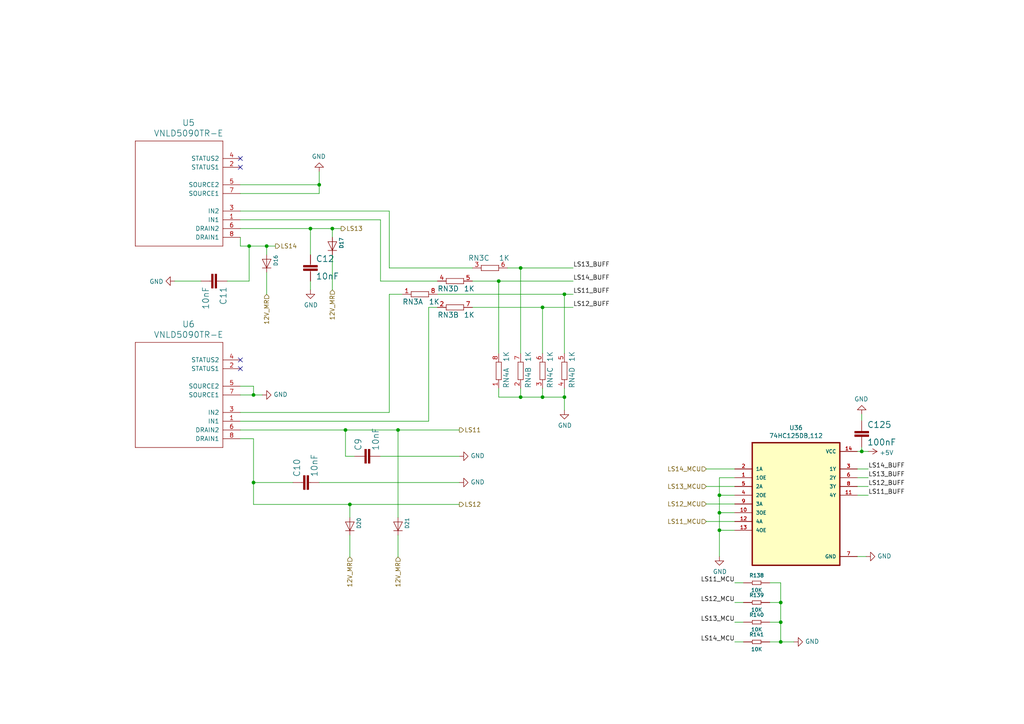
<source format=kicad_sch>
(kicad_sch (version 20230121) (generator eeschema)
  (paper "A4")
  (lib_symbols
    (symbol "74HC125DB_112:74HC125DB,112" (pin_names (offset 1.016))
      (property "Reference" "U" (at -12.7 18.7706 0))
      (property "Value" "74HC125DB,112" (at -12.7 -21.7678 0))
      (symbol "74HC125DB,112_0_0"
        (rectangle (start -12.7 -17.78) (end 12.7 17.78) (stroke (width 0.4064)) (fill (type background)))
        (pin input line (at -17.78 7.62 0) (length 5.08) (name "1OE") (number "1"))
        (pin input line (at -17.78 -2.54 0) (length 5.08) (name "3OE") (number "10"))
        (pin output line (at 17.78 2.54 180) (length 5.08) (name "4Y") (number "11"))
        (pin input line (at -17.78 -5.08 0) (length 5.08) (name "4A") (number "12"))
        (pin input line (at -17.78 -7.62 0) (length 5.08) (name "4OE") (number "13"))
        (pin power_in line (at 17.78 15.24 180) (length 5.08) (name "VCC") (number "14"))
        (pin input line (at -17.78 10.16 0) (length 5.08) (name "1A") (number "2"))
        (pin output line (at 17.78 10.16 180) (length 5.08) (name "1Y") (number "3"))
        (pin input line (at -17.78 2.54 0) (length 5.08) (name "2OE") (number "4"))
        (pin input line (at -17.78 5.08 0) (length 5.08) (name "2A") (number "5"))
        (pin output line (at 17.78 7.62 180) (length 5.08) (name "2Y") (number "6"))
        (pin power_in line (at 17.78 -15.24 180) (length 5.08) (name "GND") (number "7"))
        (pin output line (at 17.78 5.08 180) (length 5.08) (name "3Y") (number "8"))
        (pin input line (at -17.78 0 0) (length 5.08) (name "3A") (number "9"))
      )
    )
    (symbol "Proteus_Little-eagle-import:0.1UF-0603-25V-(+80_-20%)" (pin_names (offset 1.016))
      (property "Reference" "C" (at 1.524 2.921 0))
      (property "Value" "0.1UF-0603-25V-(+80_-20%)" (at 1.524 -2.159 0))
      (symbol "0.1UF-0603-25V-(+80_-20%)_1_0"
        (rectangle (start -2.032 0.508) (end 2.032 1.016) (fill (type outline)))
        (rectangle (start -2.032 1.524) (end 2.032 2.032) (fill (type outline)))
        (polyline (pts (xy 0 0) (xy 0 0.508)))
        (polyline (pts (xy 0 2.54) (xy 0 2.032)))
        (pin passive line (at 0 5.08 270) (length 2.54) (name "1") (number "1"))
        (pin passive line (at 0 -2.54 90) (length 2.54) (name "2") (number "2"))
      )
    )
    (symbol "Proteus_Little-eagle-import:10NF-0603-50V-10%" (pin_names (offset 1.016))
      (property "Reference" "C" (at 1.524 2.921 0))
      (property "Value" "10NF-0603-50V-10%" (at 1.524 -2.159 0))
      (symbol "10NF-0603-50V-10%_1_0"
        (rectangle (start -2.032 0.508) (end 2.032 1.016) (fill (type outline)))
        (rectangle (start -2.032 1.524) (end 2.032 2.032) (fill (type outline)))
        (polyline (pts (xy 0 0) (xy 0 0.508)))
        (polyline (pts (xy 0 2.54) (xy 0 2.032)))
        (pin passive line (at 0 5.08 270) (length 2.54) (name "1") (number "1"))
        (pin passive line (at 0 -2.54 90) (length 2.54) (name "2") (number "2"))
      )
    )
    (symbol "Proteus_Little-eagle-import:4R-N0603-ARC" (pin_names (offset 1.016))
      (property "Reference" "RN" (at -5.08 -3.048 0))
      (property "Value" "4R-N0603-ARC" (at 2.54 -3.048 0))
      (symbol "4R-N0603-ARC_1_0"
        (polyline (pts (xy -2.54 -0.762) (xy 2.54 -0.762)))
        (polyline (pts (xy -2.54 0.762) (xy -2.54 -0.762)))
        (polyline (pts (xy 2.54 -0.762) (xy 2.54 0.762)))
        (polyline (pts (xy 2.54 0.762) (xy -2.54 0.762)))
        (pin passive line (at -5.08 0 0) (length 2.54) (name "1") (number "1"))
        (pin passive line (at 5.08 0 180) (length 2.54) (name "2") (number "8"))
      )
      (symbol "4R-N0603-ARC_2_0"
        (polyline (pts (xy -2.54 -0.762) (xy 2.54 -0.762)))
        (polyline (pts (xy -2.54 0.762) (xy -2.54 -0.762)))
        (polyline (pts (xy 2.54 -0.762) (xy 2.54 0.762)))
        (polyline (pts (xy 2.54 0.762) (xy -2.54 0.762)))
        (pin passive line (at -5.08 0 0) (length 2.54) (name "1") (number "2"))
        (pin passive line (at 5.08 0 180) (length 2.54) (name "2") (number "7"))
      )
      (symbol "4R-N0603-ARC_3_0"
        (polyline (pts (xy -2.54 -0.762) (xy 2.54 -0.762)))
        (polyline (pts (xy -2.54 0.762) (xy -2.54 -0.762)))
        (polyline (pts (xy 2.54 -0.762) (xy 2.54 0.762)))
        (polyline (pts (xy 2.54 0.762) (xy -2.54 0.762)))
        (pin passive line (at -5.08 0 0) (length 2.54) (name "1") (number "3"))
        (pin passive line (at 5.08 0 180) (length 2.54) (name "2") (number "6"))
      )
      (symbol "4R-N0603-ARC_4_0"
        (polyline (pts (xy -2.54 -0.762) (xy 2.54 -0.762)))
        (polyline (pts (xy -2.54 0.762) (xy -2.54 -0.762)))
        (polyline (pts (xy 2.54 -0.762) (xy 2.54 0.762)))
        (polyline (pts (xy 2.54 0.762) (xy -2.54 0.762)))
        (pin passive line (at -5.08 0 0) (length 2.54) (name "1") (number "4"))
        (pin passive line (at 5.08 0 180) (length 2.54) (name "2") (number "5"))
      )
    )
    (symbol "Proteus_Little-eagle-import:DIODE_SOD-123FL" (pin_names (offset 1.016))
      (property "Reference" "D" (at -2.54 2.54 0))
      (property "Value" "DIODE_SOD-123FL" (at -2.54 -3.81 0))
      (symbol "DIODE_SOD-123FL_1_0"
        (polyline (pts (xy -1.27 -1.27) (xy 1.27 0)))
        (polyline (pts (xy -1.27 1.27) (xy -1.27 -1.27)))
        (polyline (pts (xy 1.27 0) (xy -1.27 1.27)))
        (polyline (pts (xy 1.27 0) (xy 1.27 -1.27)))
        (polyline (pts (xy 1.27 1.27) (xy 1.27 0)))
        (pin passive line (at -2.54 0 0) (length 2.54) (name "A") (number "A"))
        (pin passive line (at 2.54 0 180) (length 2.54) (name "C") (number "C"))
      )
    )
    (symbol "Proteus_Little-eagle-import:SMD-RES-10K-1%-1_10W(0603)" (pin_names (offset 1.016))
      (property "Reference" "R" (at -3.81 1.27 0))
      (property "Value" "SMD-RES-10K-1%-1_10W(0603)" (at -3.81 -2.54 0))
      (symbol "SMD-RES-10K-1%-1_10W(0603)_1_0"
        (polyline (pts (xy -1.27 -0.508) (xy -1.27 0.508)))
        (polyline (pts (xy -1.27 0.508) (xy 1.27 0.508)))
        (polyline (pts (xy 1.27 -0.508) (xy -1.27 -0.508)))
        (polyline (pts (xy 1.27 0.508) (xy 1.27 -0.508)))
        (pin passive line (at -3.81 0 0) (length 2.54) (name "1") (number "1"))
        (pin passive line (at 3.81 0 180) (length 2.54) (name "2") (number "2"))
      )
    )
    (symbol "Proteus_Little-eagle-import:VNLD5090TR-E" (pin_names (offset 1.016))
      (property "Reference" "U" (at -12.7 16.2306 0))
      (property "Value" "VNLD5090TR-E" (at -12.7 -19.2278 0))
      (symbol "VNLD5090TR-E_1_0"
        (polyline (pts (xy -12.7 -15.24) (xy -12.7 15.24)))
        (polyline (pts (xy -12.7 15.24) (xy 12.7 15.24)))
        (polyline (pts (xy 12.7 -15.24) (xy -12.7 -15.24)))
        (polyline (pts (xy 12.7 15.24) (xy 12.7 -15.24)))
        (pin input line (at -17.78 7.62 0) (length 5.08) (name "IN1") (number "1"))
        (pin bidirectional line (at -17.78 -7.62 0) (length 5.08) (name "STATUS1") (number "2"))
        (pin input line (at -17.78 5.08 0) (length 5.08) (name "IN2") (number "3"))
        (pin bidirectional line (at -17.78 -10.16 0) (length 5.08) (name "STATUS2") (number "4"))
        (pin bidirectional line (at -17.78 -2.54 0) (length 5.08) (name "SOURCE2") (number "5"))
        (pin input line (at -17.78 10.16 0) (length 5.08) (name "DRAIN2") (number "6"))
        (pin bidirectional line (at -17.78 0 0) (length 5.08) (name "SOURCE1") (number "7"))
        (pin input line (at -17.78 12.7 0) (length 5.08) (name "DRAIN1") (number "8"))
      )
    )
    (symbol "Proteus_Little-rescue:+5V-power" (power) (pin_names (offset 0))
      (property "Value" "+5V-power" (at 0 3.556 0))
      (symbol "+5V-power_0_1"
        (polyline (pts (xy -0.762 1.27) (xy 0 2.54)))
        (polyline (pts (xy 0 0) (xy 0 2.54)))
        (polyline (pts (xy 0 2.54) (xy 0.762 1.27)))
      )
      (symbol "+5V-power_1_1"
        (pin power_in line (at 0 0 90) (length 0) hide (name "+5V") (number "1"))
      )
    )
    (symbol "Proteus_Little-rescue:GND-power" (power) (pin_names (offset 0))
      (property "Value" "GND-power" (at 0 -3.81 0))
      (symbol "GND-power_0_1"
        (polyline (pts (xy 0 0) (xy 0 -1.27) (xy 1.27 -1.27) (xy 0 -2.54) (xy -1.27 -1.27) (xy 0 -1.27)))
      )
      (symbol "GND-power_1_1"
        (pin power_in line (at 0 0 270) (length 0) hide (name "GND") (number "1"))
      )
    )
  )
  (junction (at 157.353 115.189))
  (junction (at 92.583 53.594))
  (junction (at 208.661 153.797))
  (junction (at 73.533 114.554))
  (junction (at 90.043 66.294))
  (junction (at 157.353 89.154))
  (junction (at 72.263 71.374))
  (junction (at 151.003 115.189))
  (junction (at 115.443 124.714))
  (junction (at 96.393 66.294))
  (junction (at 163.703 85.344))
  (junction (at 77.343 71.374))
  (junction (at 208.661 143.637))
  (junction (at 208.661 148.717))
  (junction (at 163.703 115.189))
  (junction (at 73.533 139.954))
  (junction (at 249.936 130.937))
  (junction (at 144.653 81.534))
  (junction (at 100.203 124.714))
  (junction (at 226.441 180.467))
  (junction (at 226.441 186.182))
  (junction (at 151.003 77.724))
  (junction (at 101.473 146.304))
  (junction (at 226.441 174.752))
  (no_connect (at 69.723 104.394))
  (no_connect (at 69.723 48.514))
  (no_connect (at 69.723 106.934))
  (no_connect (at 69.723 45.974))
  (wire (pts (xy 72.263 81.534) (xy 65.913 81.534)))
  (wire (pts (xy 204.851 141.097) (xy 213.106 141.097)))
  (wire (pts (xy 72.263 71.374) (xy 72.263 81.534)))
  (wire (pts (xy 115.443 150.114) (xy 115.443 124.714)))
  (wire (pts (xy 251.841 136.017) (xy 248.666 136.017)))
  (wire (pts (xy 69.723 56.134) (xy 92.583 56.134)))
  (wire (pts (xy 251.841 143.637) (xy 248.666 143.637)))
  (wire (pts (xy 69.723 119.634) (xy 112.903 119.634)))
  (wire (pts (xy 204.851 146.177) (xy 213.106 146.177)))
  (wire (pts (xy 92.583 53.594) (xy 92.583 49.784)))
  (wire (pts (xy 96.393 68.834) (xy 96.393 66.294)))
  (wire (pts (xy 230.251 186.182) (xy 226.441 186.182)))
  (wire (pts (xy 163.703 115.189) (xy 163.703 112.649)))
  (wire (pts (xy 151.003 115.189) (xy 151.003 112.649)))
  (wire (pts (xy 208.661 143.637) (xy 208.661 138.557)))
  (wire (pts (xy 112.903 77.724) (xy 112.903 61.214)))
  (wire (pts (xy 50.673 81.534) (xy 58.293 81.534)))
  (wire (pts (xy 163.703 118.999) (xy 163.703 115.189)))
  (wire (pts (xy 249.936 129.667) (xy 249.936 130.937)))
  (wire (pts (xy 208.661 148.717) (xy 208.661 143.637)))
  (wire (pts (xy 226.441 174.752) (xy 226.441 169.037)))
  (wire (pts (xy 163.703 85.344) (xy 126.873 85.344)))
  (wire (pts (xy 144.653 115.189) (xy 144.653 112.649)))
  (wire (pts (xy 163.703 85.344) (xy 163.703 102.489)))
  (wire (pts (xy 251.841 130.937) (xy 249.936 130.937)))
  (wire (pts (xy 112.903 85.344) (xy 116.713 85.344)))
  (wire (pts (xy 73.533 127.254) (xy 73.533 139.954)))
  (wire (pts (xy 213.106 148.717) (xy 208.661 148.717)))
  (wire (pts (xy 213.106 180.467) (xy 215.646 180.467)))
  (wire (pts (xy 90.043 84.074) (xy 90.043 81.534)))
  (wire (pts (xy 208.661 161.417) (xy 208.661 153.797)))
  (wire (pts (xy 92.583 56.134) (xy 92.583 53.594)))
  (wire (pts (xy 147.193 77.724) (xy 151.003 77.724)))
  (wire (pts (xy 101.473 161.544) (xy 101.473 155.194)))
  (wire (pts (xy 144.653 81.534) (xy 144.653 102.489)))
  (wire (pts (xy 69.723 63.754) (xy 110.363 63.754)))
  (wire (pts (xy 251.841 141.097) (xy 248.666 141.097)))
  (wire (pts (xy 144.653 81.534) (xy 166.243 81.534)))
  (wire (pts (xy 137.033 89.154) (xy 157.353 89.154)))
  (wire (pts (xy 223.266 174.752) (xy 226.441 174.752)))
  (wire (pts (xy 101.473 146.304) (xy 133.223 146.304)))
  (wire (pts (xy 226.441 186.182) (xy 223.266 186.182)))
  (wire (pts (xy 137.033 77.724) (xy 112.903 77.724)))
  (wire (pts (xy 72.263 71.374) (xy 77.343 71.374)))
  (wire (pts (xy 90.043 73.914) (xy 90.043 66.294)))
  (wire (pts (xy 69.723 53.594) (xy 92.583 53.594)))
  (wire (pts (xy 133.223 139.954) (xy 92.583 139.954)))
  (wire (pts (xy 96.393 84.074) (xy 96.393 73.914)))
  (wire (pts (xy 208.661 153.797) (xy 208.661 148.717)))
  (wire (pts (xy 115.443 124.714) (xy 133.223 124.714)))
  (wire (pts (xy 96.393 66.294) (xy 98.933 66.294)))
  (wire (pts (xy 144.653 115.189) (xy 151.003 115.189)))
  (wire (pts (xy 151.003 77.724) (xy 151.003 102.489)))
  (wire (pts (xy 251.841 138.557) (xy 248.666 138.557)))
  (wire (pts (xy 73.533 146.304) (xy 101.473 146.304)))
  (wire (pts (xy 69.723 114.554) (xy 73.533 114.554)))
  (wire (pts (xy 69.723 122.174) (xy 124.333 122.174)))
  (wire (pts (xy 76.073 114.554) (xy 73.533 114.554)))
  (wire (pts (xy 204.851 151.257) (xy 213.106 151.257)))
  (wire (pts (xy 213.106 153.797) (xy 208.661 153.797)))
  (wire (pts (xy 73.533 114.554) (xy 73.533 112.014)))
  (wire (pts (xy 112.903 61.214) (xy 69.723 61.214)))
  (wire (pts (xy 157.353 115.189) (xy 157.353 112.649)))
  (wire (pts (xy 251.206 161.417) (xy 248.666 161.417)))
  (wire (pts (xy 69.723 127.254) (xy 73.533 127.254)))
  (wire (pts (xy 249.936 120.142) (xy 249.936 122.047)))
  (wire (pts (xy 100.203 132.334) (xy 100.203 124.714)))
  (wire (pts (xy 72.263 71.374) (xy 69.723 71.374)))
  (wire (pts (xy 226.441 169.037) (xy 223.266 169.037)))
  (wire (pts (xy 115.443 161.544) (xy 115.443 155.194)))
  (wire (pts (xy 102.743 132.334) (xy 100.203 132.334)))
  (wire (pts (xy 166.243 85.344) (xy 163.703 85.344)))
  (wire (pts (xy 77.343 73.914) (xy 77.343 71.374)))
  (wire (pts (xy 77.343 71.374) (xy 79.883 71.374)))
  (wire (pts (xy 249.936 130.937) (xy 248.666 130.937)))
  (wire (pts (xy 84.963 139.954) (xy 73.533 139.954)))
  (wire (pts (xy 157.353 89.154) (xy 157.353 102.489)))
  (wire (pts (xy 157.353 115.189) (xy 163.703 115.189)))
  (wire (pts (xy 213.106 143.637) (xy 208.661 143.637)))
  (wire (pts (xy 157.353 89.154) (xy 166.243 89.154)))
  (wire (pts (xy 124.333 89.154) (xy 126.873 89.154)))
  (wire (pts (xy 69.723 71.374) (xy 69.723 68.834)))
  (wire (pts (xy 101.473 150.114) (xy 101.473 146.304)))
  (wire (pts (xy 73.533 139.954) (xy 73.533 146.304)))
  (wire (pts (xy 69.723 66.294) (xy 90.043 66.294)))
  (wire (pts (xy 226.441 180.467) (xy 226.441 174.752)))
  (wire (pts (xy 110.363 63.754) (xy 110.363 81.534)))
  (wire (pts (xy 100.203 124.714) (xy 115.443 124.714)))
  (wire (pts (xy 213.106 186.182) (xy 215.646 186.182)))
  (wire (pts (xy 77.343 85.344) (xy 77.343 78.994)))
  (wire (pts (xy 137.033 81.534) (xy 144.653 81.534)))
  (wire (pts (xy 213.106 169.037) (xy 215.646 169.037)))
  (wire (pts (xy 208.661 138.557) (xy 213.106 138.557)))
  (wire (pts (xy 204.851 136.017) (xy 213.106 136.017)))
  (wire (pts (xy 151.003 77.724) (xy 166.243 77.724)))
  (wire (pts (xy 110.363 81.534) (xy 126.873 81.534)))
  (wire (pts (xy 112.903 119.634) (xy 112.903 85.344)))
  (wire (pts (xy 213.106 174.752) (xy 215.646 174.752)))
  (wire (pts (xy 226.441 186.182) (xy 226.441 180.467)))
  (wire (pts (xy 133.223 132.334) (xy 110.363 132.334)))
  (wire (pts (xy 223.266 180.467) (xy 226.441 180.467)))
  (wire (pts (xy 69.723 124.714) (xy 100.203 124.714)))
  (wire (pts (xy 73.533 112.014) (xy 69.723 112.014)))
  (wire (pts (xy 151.003 115.189) (xy 157.353 115.189)))
  (wire (pts (xy 90.043 66.294) (xy 96.393 66.294)))
  (wire (pts (xy 124.333 122.174) (xy 124.333 89.154)))
  (label "LS11_MCU" (at 213.106 169.037 180))
  (label "LS14_MCU" (at 213.106 186.182 180))
  (label "LS14_BUFF" (at 251.841 136.017 0))
  (label "LS14_BUFF" (at 166.243 81.534 0))
  (label "LS12_MCU" (at 213.106 174.752 180))
  (label "LS11_BUFF" (at 166.243 85.344 0))
  (label "LS13_BUFF" (at 166.243 77.724 0))
  (label "LS13_BUFF" (at 251.841 138.557 0))
  (label "LS12_BUFF" (at 251.841 141.097 0))
  (label "LS12_BUFF" (at 166.243 89.154 0))
  (label "LS11_BUFF" (at 251.841 143.637 0))
  (label "LS13_MCU" (at 213.106 180.467 180))
  (hierarchical_label "LS13_MCU" (shape input) (at 204.851 141.097 180))
  (hierarchical_label "LS12" (shape output) (at 133.223 146.304 0))
  (hierarchical_label "LS11_MCU" (shape input) (at 204.851 151.257 180))
  (hierarchical_label "12V_MR" (shape input) (at 115.443 161.544 270))
  (hierarchical_label "12V_MR" (shape input) (at 77.343 85.344 270))
  (hierarchical_label "LS13" (shape output) (at 98.933 66.294 0))
  (hierarchical_label "LS12_MCU" (shape input) (at 204.851 146.177 180))
  (hierarchical_label "LS11" (shape output) (at 133.223 124.714 0))
  (hierarchical_label "12V_MR" (shape input) (at 101.473 161.544 270))
  (hierarchical_label "LS14_MCU" (shape input) (at 204.851 136.017 180))
  (hierarchical_label "12V_MR" (shape input) (at 96.393 84.074 270))
  (hierarchical_label "LS14" (shape output) (at 79.883 71.374 0))
  (symbol (lib_id "Proteus_Little-eagle-import:4R-N0603-ARC") (at 163.703 107.569 90) (unit 4)
    (property "Reference" "RN4" (at 166.751 112.649 0) (effects (font (size 1.4986 1.4986)) (justify left bottom)))
    (property "Value" "1K" (at 166.751 105.029 0) (effects (font (size 1.4986 1.4986)) (justify left bottom)))
    (property "Footprint" "Proteus_Little:0603-ARC" (effects hide))
  )
  (symbol (lib_id "Proteus_Little-eagle-import:4R-N0603-ARC") (at 157.353 107.569 90) (unit 3)
    (property "Reference" "RN4" (at 160.401 112.649 0) (effects (font (size 1.4986 1.4986)) (justify left bottom)))
    (property "Value" "1K" (at 160.401 105.029 0) (effects (font (size 1.4986 1.4986)) (justify left bottom)))
    (property "Footprint" "Proteus_Little:0603-ARC" (effects hide))
  )
  (symbol (lib_id "Proteus_Little-eagle-import:10NF-0603-50V-10%") (at 107.823 132.334 90) (unit 1)
    (property "Reference" "C9" (at 104.902 130.81 0) (effects (font (size 1.778 1.778)) (justify left bottom)))
    (property "Value" "10nF" (at 109.982 130.81 0) (effects (font (size 1.778 1.778)) (justify left bottom)))
    (property "Footprint" "Proteus_Little:0603" (effects hide))
  )
  (symbol (lib_id "Proteus_Little-eagle-import:DIODE_SOD-123FL") (at 96.393 71.374 270) (unit 1)
    (property "Reference" "D17" (at 98.425 68.834 0) (effects (font (size 1.0668 1.0668)) (justify left bottom)))
    (property "Value" "MBR0520LT1G" (effects hide))
    (property "Footprint" "Proteus_Little:SOD-123FL" (effects hide))
  )
  (symbol (lib_id "Proteus_Little-eagle-import:4R-N0603-ARC") (at 131.953 89.154 0) (unit 2)
    (property "Reference" "RN3" (at 126.873 92.202 0) (effects (font (size 1.4986 1.4986)) (justify left bottom)))
    (property "Value" "1K" (at 134.493 92.202 0) (effects (font (size 1.4986 1.4986)) (justify left bottom)))
    (property "Footprint" "Proteus_Little:0603-ARC" (effects hide))
  )
  (symbol (lib_id "Proteus_Little-eagle-import:DIODE_SOD-123FL") (at 77.343 76.454 270) (unit 1)
    (property "Reference" "D16" (at 79.375 73.914 0) (effects (font (size 1.0668 1.0668)) (justify left bottom)))
    (property "Value" "MBR0520LT1G" (effects hide))
    (property "Footprint" "Proteus_Little:SOD-123FL" (effects hide))
  )
  (symbol (lib_id "Proteus_Little-eagle-import:SMD-RES-10K-1%-1_10W(0603)") (at 219.456 169.037 0) (unit 1)
    (property "Reference" "R138" (at 219.456 167.513 0) (effects (font (size 1.0668 1.0668)) (justify bottom)))
    (property "Value" "10K" (at 219.456 170.561 0) (effects (font (size 1.0668 1.0668)) (justify top)))
    (property "Footprint" "Proteus_Little:R0603" (effects hide))
  )
  (symbol (lib_id "Proteus_Little-eagle-import:SMD-RES-10K-1%-1_10W(0603)") (at 219.456 180.467 0) (unit 1)
    (property "Reference" "R140" (at 219.456 178.943 0) (effects (font (size 1.0668 1.0668)) (justify bottom)))
    (property "Value" "10K" (at 219.456 181.991 0) (effects (font (size 1.0668 1.0668)) (justify top)))
    (property "Footprint" "Proteus_Little:R0603" (effects hide))
  )
  (symbol (lib_id "Proteus_Little-eagle-import:SMD-RES-10K-1%-1_10W(0603)") (at 219.456 186.182 0) (unit 1)
    (property "Reference" "R141" (at 219.456 184.658 0) (effects (font (size 1.0668 1.0668)) (justify bottom)))
    (property "Value" "10K" (at 219.456 187.706 0) (effects (font (size 1.0668 1.0668)) (justify top)))
    (property "Footprint" "Proteus_Little:R0603" (effects hide))
  )
  (symbol (lib_id "Proteus_Little-eagle-import:VNLD5090TR-E") (at 51.943 114.554 180) (unit 1)
    (property "Reference" "U6" (at 54.6862 94.0308 0) (effects (font (size 1.7526 1.7526))))
    (property "Value" "VNLD5090TR-E" (at 54.6862 97.0788 0) (effects (font (size 1.7526 1.7526))))
    (property "Footprint" "Package_SO:SOIC-8_3.9x4.9mm_P1.27mm" (effects hide))
  )
  (symbol (lib_id "Proteus_Little-eagle-import:10NF-0603-50V-10%") (at 90.043 139.954 90) (unit 1)
    (property "Reference" "C10" (at 87.122 138.43 0) (effects (font (size 1.778 1.778)) (justify left bottom)))
    (property "Value" "10nF" (at 92.202 138.43 0) (effects (font (size 1.778 1.778)) (justify left bottom)))
    (property "Footprint" "Proteus_Little:0603" (effects hide))
  )
  (symbol (lib_id "Proteus_Little-eagle-import:10NF-0603-50V-10%") (at 90.043 78.994 0) (unit 1)
    (property "Reference" "C12" (at 91.567 76.073 0) (effects (font (size 1.778 1.778)) (justify left bottom)))
    (property "Value" "10nF" (at 91.567 81.153 0) (effects (font (size 1.778 1.778)) (justify left bottom)))
    (property "Footprint" "Proteus_Little:0603" (effects hide))
  )
  (symbol (lib_id "Proteus_Little-eagle-import:10NF-0603-50V-10%") (at 60.833 81.534 270) (unit 1)
    (property "Reference" "C11" (at 63.754 83.058 0) (effects (font (size 1.778 1.778)) (justify left bottom)))
    (property "Value" "10nF" (at 58.674 83.058 0) (effects (font (size 1.778 1.778)) (justify left bottom)))
    (property "Footprint" "Proteus_Little:0603" (effects hide))
  )
  (symbol (lib_id "Proteus_Little-eagle-import:4R-N0603-ARC") (at 144.653 107.569 90) (unit 1)
    (property "Reference" "RN4" (at 147.701 112.649 0) (effects (font (size 1.4986 1.4986)) (justify left bottom)))
    (property "Value" "1K" (at 147.701 105.029 0) (effects (font (size 1.4986 1.4986)) (justify left bottom)))
    (property "Footprint" "Proteus_Little:0603-ARC" (effects hide))
  )
  (symbol (lib_id "Proteus_Little-eagle-import:4R-N0603-ARC") (at 151.003 107.569 90) (unit 2)
    (property "Reference" "RN4" (at 154.051 112.649 0) (effects (font (size 1.4986 1.4986)) (justify left bottom)))
    (property "Value" "1K" (at 154.051 105.029 0) (effects (font (size 1.4986 1.4986)) (justify left bottom)))
    (property "Footprint" "Proteus_Little:0603-ARC" (effects hide))
  )
  (symbol (lib_id "Proteus_Little-eagle-import:DIODE_SOD-123FL") (at 101.473 152.654 270) (unit 1)
    (property "Reference" "D20" (at 103.505 150.114 0) (effects (font (size 1.0668 1.0668)) (justify left bottom)))
    (property "Value" "MBR0520LT1G" (effects hide))
    (property "Footprint" "Proteus_Little:SOD-123FL" (effects hide))
  )
  (symbol (lib_id "Proteus_Little-eagle-import:4R-N0603-ARC") (at 131.953 81.534 0) (unit 4)
    (property "Reference" "RN3" (at 126.873 84.582 0) (effects (font (size 1.4986 1.4986)) (justify left bottom)))
    (property "Value" "1K" (at 134.493 84.582 0) (effects (font (size 1.4986 1.4986)) (justify left bottom)))
    (property "Footprint" "Proteus_Little:0603-ARC" (effects hide))
  )
  (symbol (lib_id "Proteus_Little-eagle-import:4R-N0603-ARC") (at 121.793 85.344 0) (unit 1)
    (property "Reference" "RN3" (at 116.713 88.392 0) (effects (font (size 1.4986 1.4986)) (justify left bottom)))
    (property "Value" "1K" (at 124.333 88.392 0) (effects (font (size 1.4986 1.4986)) (justify left bottom)))
    (property "Footprint" "Proteus_Little:0603-ARC" (effects hide))
  )
  (symbol (lib_id "Proteus_Little-eagle-import:VNLD5090TR-E") (at 51.943 56.134 180) (unit 1)
    (property "Reference" "U5" (at 54.6862 35.6108 0) (effects (font (size 1.7526 1.7526))))
    (property "Value" "VNLD5090TR-E" (at 54.6862 38.6588 0) (effects (font (size 1.7526 1.7526))))
    (property "Footprint" "Package_SO:SOIC-8_3.9x4.9mm_P1.27mm" (effects hide))
  )
  (symbol (lib_id "Proteus_Little-eagle-import:0.1UF-0603-25V-(+80_-20%)") (at 249.936 127.127 0) (unit 1)
    (property "Reference" "C125" (at 251.46 124.206 0) (effects (font (size 1.778 1.778)) (justify left bottom)))
    (property "Value" "100nF" (at 251.46 129.286 0) (effects (font (size 1.778 1.778)) (justify left bottom)))
    (property "Footprint" "Proteus_Little:0603" (effects hide))
  )
  (symbol (lib_id "Proteus_Little-eagle-import:4R-N0603-ARC") (at 142.113 77.724 0) (unit 3)
    (property "Reference" "RN3" (at 135.763 75.692 0) (effects (font (size 1.4986 1.4986)) (justify left bottom)))
    (property "Value" "1K" (at 144.653 75.692 0) (effects (font (size 1.4986 1.4986)) (justify left bottom)))
    (property "Footprint" "Proteus_Little:0603-ARC" (effects hide))
  )
  (symbol (lib_id "Proteus_Little-eagle-import:SMD-RES-10K-1%-1_10W(0603)") (at 219.456 174.752 0) (unit 1)
    (property "Reference" "R139" (at 219.456 173.228 0) (effects (font (size 1.0668 1.0668)) (justify bottom)))
    (property "Value" "10K" (at 219.456 176.276 0) (effects (font (size 1.0668 1.0668)) (justify top)))
    (property "Footprint" "Proteus_Little:R0603" (effects hide))
  )
  (symbol (lib_id "Proteus_Little-eagle-import:DIODE_SOD-123FL") (at 115.443 152.654 270) (unit 1)
    (property "Reference" "D21" (at 117.475 150.114 0) (effects (font (size 1.0668 1.0668)) (justify left bottom)))
    (property "Value" "MBR0520LT1G" (effects hide))
    (property "Footprint" "Proteus_Little:SOD-123FL" (effects hide))
  )
  (symbol (lib_id "74HC125DB_112:74HC125DB,112") (at 230.886 146.177 0) (unit 1)
    (property "Reference" "U36" (at 230.886 124.079 0))
    (property "Value" "74HC125DB,112" (at 230.886 126.3904 0))
    (property "Footprint" "SOP65P775X265-14N" (effects hide))
    (property "Package" "SOP65P775X265-14N" (effects hide))
    (property "Manufacturer" "NXP Semiconductors" (effects hide))
  )
  (symbol (lib_id "Proteus_Little-rescue:+5V-power") (at 251.841 130.937 270) (unit 1)
    (property "Reference" "#PWR0415" (effects hide))
    (property "Value" "+5V-power" (at 255.0922 131.318 90) (effects (justify left)))
  )
  (symbol (lib_id "Proteus_Little-rescue:GND-power") (at 249.936 120.142 180) (unit 1)
    (property "Reference" "#PWR0307" (effects hide))
    (property "Value" "GND-power" (at 249.809 115.7478 0))
  )
  (symbol (lib_id "Proteus_Little-rescue:GND-power") (at 251.206 161.417 90) (unit 1)
    (property "Reference" "#PWR0308" (effects hide))
    (property "Value" "GND-power" (at 254.4572 161.29 90) (effects (justify right)))
  )
  (symbol (lib_id "Proteus_Little-rescue:GND-power") (at 230.251 186.182 90) (unit 1)
    (property "Reference" "#PWR0309" (effects hide))
    (property "Value" "GND-power" (at 233.5022 186.055 90) (effects (justify right)))
  )
  (symbol (lib_id "Proteus_Little-rescue:GND-power") (at 208.661 161.417 0) (unit 1)
    (property "Reference" "#PWR0310" (effects hide))
    (property "Value" "GND-power" (at 208.788 165.8112 0))
  )
  (symbol (lib_id "Proteus_Little-rescue:GND-power") (at 92.583 49.784 180) (unit 1)
    (property "Reference" "#PWR0311" (effects hide))
    (property "Value" "GND-power" (at 92.456 45.3898 0))
  )
  (symbol (lib_id "Proteus_Little-rescue:GND-power") (at 50.673 81.534 270) (unit 1)
    (property "Reference" "#PWR0312" (effects hide))
    (property "Value" "GND-power" (at 47.4218 81.661 90) (effects (justify right)))
  )
  (symbol (lib_id "Proteus_Little-rescue:GND-power") (at 90.043 84.074 0) (unit 1)
    (property "Reference" "#PWR0313" (effects hide))
    (property "Value" "GND-power" (at 90.17 88.4682 0))
  )
  (symbol (lib_id "Proteus_Little-rescue:GND-power") (at 76.073 114.554 90) (unit 1)
    (property "Reference" "#PWR0314" (effects hide))
    (property "Value" "GND-power" (at 79.3242 114.427 90) (effects (justify right)))
  )
  (symbol (lib_id "Proteus_Little-rescue:GND-power") (at 133.223 139.954 90) (unit 1)
    (property "Reference" "#PWR0315" (effects hide))
    (property "Value" "GND-power" (at 136.4742 139.827 90) (effects (justify right)))
  )
  (symbol (lib_id "Proteus_Little-rescue:GND-power") (at 133.223 132.334 90) (unit 1)
    (property "Reference" "#PWR0316" (effects hide))
    (property "Value" "GND-power" (at 136.4742 132.207 90) (effects (justify right)))
  )
  (symbol (lib_id "Proteus_Little-rescue:GND-power") (at 163.703 118.999 0) (unit 1)
    (property "Reference" "#PWR0317" (effects hide))
    (property "Value" "GND-power" (at 163.83 123.3932 0))
  )
)
</source>
